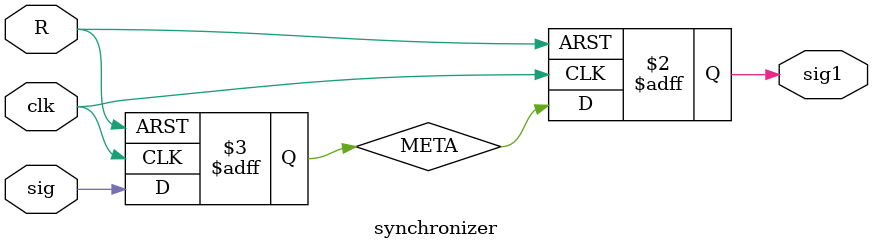
<source format=v>
`timescale 1ns / 1ps


module synchronizer(input clk,R, input sig, output reg sig1);

  reg META;
always @(posedge clk or posedge R) begin
    if (R) begin
        META <= 1'b0;
        sig1 <= 1'b0;
    end
    else begin
        META <= sig;
        sig1 <= META;
    end
end
endmodule 

</source>
